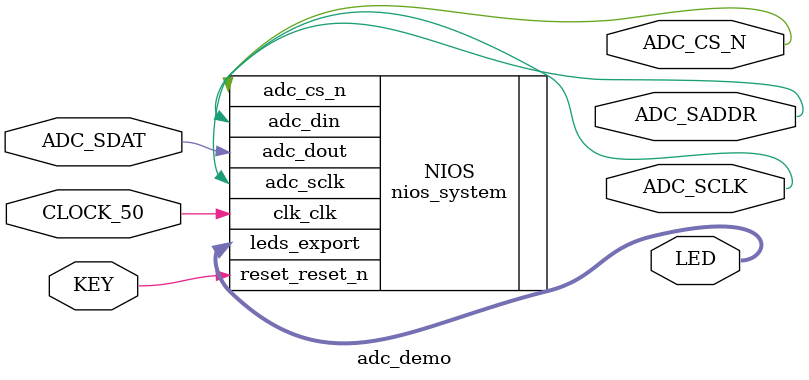
<source format=v>
module adc_demo (CLOCK_50, KEY, LED, ADC_SCLK, 
		ADC_CS_N, ADC_SDAT, ADC_SADDR);

		input CLOCK_50;
		input [0:0] KEY;
		output [7:0] LED;
		input ADC_SDAT;
		output ADC_SCLK, ADC_CS_N, ADC_SADDR;
		nios_system NIOS (
		.clk_clk (CLOCK_50),
		.reset_reset_n (KEY[0]),
		.leds_export (LED),
		.adc_sclk (ADC_SCLK),
		.adc_cs_n (ADC_CS_N),
		.adc_dout (ADC_SDAT),
		.adc_din (ADC_SADDR));
endmodule

</source>
